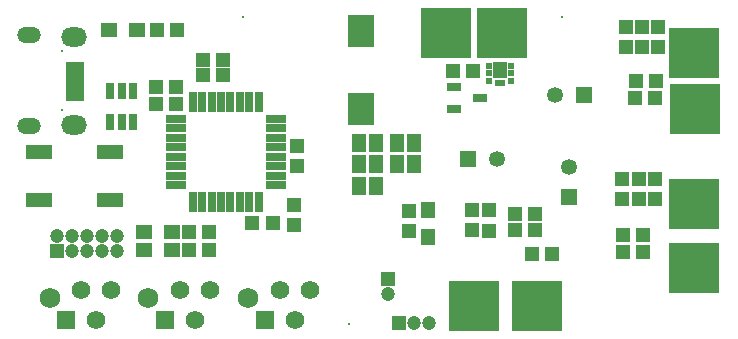
<source format=gts>
G04*
G04 #@! TF.GenerationSoftware,Altium Limited,Altium Designer,18.1.9 (240)*
G04*
G04 Layer_Color=8388736*
%FSLAX25Y25*%
%MOIN*%
G70*
G01*
G75*
%ADD33R,0.04724X0.05118*%
%ADD34R,0.04921X0.03150*%
%ADD35R,0.02480X0.02165*%
%ADD36R,0.05118X0.05709*%
%ADD37R,0.03386X0.02165*%
%ADD38R,0.08858X0.10630*%
%ADD39R,0.05118X0.06299*%
%ADD40R,0.05118X0.04724*%
%ADD41R,0.06594X0.03150*%
%ADD42R,0.03150X0.06594*%
%ADD43R,0.16535X0.16535*%
%ADD44R,0.05906X0.02559*%
%ADD45R,0.03150X0.05591*%
%ADD46R,0.05709X0.05118*%
%ADD47R,0.08661X0.04724*%
%ADD48R,0.08661X0.04724*%
%ADD49C,0.00787*%
%ADD50R,0.06134X0.06134*%
%ADD51C,0.06134*%
%ADD52C,0.06890*%
%ADD53R,0.05315X0.05315*%
%ADD54C,0.05315*%
%ADD55R,0.05315X0.05315*%
%ADD56O,0.08661X0.06496*%
%ADD57O,0.07874X0.05315*%
%ADD58C,0.04724*%
%ADD59R,0.04724X0.04724*%
%ADD60R,0.04724X0.04724*%
D33*
X155315Y92224D02*
D03*
X148622D02*
D03*
X216142Y83366D02*
D03*
X209449D02*
D03*
X216339Y89153D02*
D03*
X209646D02*
D03*
X169291Y39272D02*
D03*
X175984D02*
D03*
X169390Y44783D02*
D03*
X176083D02*
D03*
X175197Y31398D02*
D03*
X181890D02*
D03*
X205413Y32087D02*
D03*
X212106D02*
D03*
X205413Y37598D02*
D03*
X212106D02*
D03*
X65354Y96063D02*
D03*
X72047D02*
D03*
X65354Y90945D02*
D03*
X72047D02*
D03*
X56496Y81228D02*
D03*
X49803D02*
D03*
X56496Y87134D02*
D03*
X49803D02*
D03*
X56693Y105905D02*
D03*
X50000D02*
D03*
X67520Y38583D02*
D03*
X60827D02*
D03*
X67520Y32677D02*
D03*
X60827D02*
D03*
X81890Y41732D02*
D03*
X88583D02*
D03*
D34*
X157776Y83366D02*
D03*
X149114Y79626D02*
D03*
Y87106D02*
D03*
D35*
X160630Y94095D02*
D03*
Y91535D02*
D03*
Y88976D02*
D03*
X167992D02*
D03*
Y91535D02*
D03*
Y94095D02*
D03*
D36*
X164311Y92658D02*
D03*
X140354Y36909D02*
D03*
Y46161D02*
D03*
D37*
X164311Y88484D02*
D03*
D38*
X118110Y79665D02*
D03*
Y105650D02*
D03*
D39*
X129921Y61417D02*
D03*
X135827D02*
D03*
X123228Y53937D02*
D03*
X117323D02*
D03*
X123228Y61417D02*
D03*
X117323D02*
D03*
X129921Y68504D02*
D03*
X135827D02*
D03*
X123228D02*
D03*
X117323D02*
D03*
D40*
X96850Y60630D02*
D03*
Y67323D02*
D03*
X155118Y39370D02*
D03*
Y46063D02*
D03*
X133957Y45571D02*
D03*
Y38878D02*
D03*
X160630Y45866D02*
D03*
Y39173D02*
D03*
X210728Y49803D02*
D03*
Y56496D02*
D03*
X205217Y49803D02*
D03*
Y56496D02*
D03*
X216240Y56496D02*
D03*
Y49803D02*
D03*
X211728Y100295D02*
D03*
Y106988D02*
D03*
X206299Y100295D02*
D03*
Y106988D02*
D03*
X216929D02*
D03*
Y100295D02*
D03*
X95669Y47638D02*
D03*
Y40945D02*
D03*
D41*
X89669Y54331D02*
D03*
Y57480D02*
D03*
Y60630D02*
D03*
Y63779D02*
D03*
Y66929D02*
D03*
Y70079D02*
D03*
Y73228D02*
D03*
Y76378D02*
D03*
X56299D02*
D03*
Y73228D02*
D03*
Y70079D02*
D03*
Y66929D02*
D03*
Y63779D02*
D03*
Y60630D02*
D03*
Y57480D02*
D03*
Y54331D02*
D03*
D42*
X84008Y82039D02*
D03*
X80858D02*
D03*
X77709D02*
D03*
X74559D02*
D03*
X71409D02*
D03*
X68260D02*
D03*
X65110D02*
D03*
X61961D02*
D03*
Y48669D02*
D03*
X65110D02*
D03*
X68260D02*
D03*
X71409D02*
D03*
X74559D02*
D03*
X77709D02*
D03*
X80858D02*
D03*
X84008D02*
D03*
D43*
X176748Y14173D02*
D03*
X155807Y13976D02*
D03*
X229134Y47933D02*
D03*
X229232Y26772D02*
D03*
X229157Y98327D02*
D03*
X229528Y79528D02*
D03*
X164961Y105118D02*
D03*
X146457Y105118D02*
D03*
D44*
X22894Y94071D02*
D03*
Y91512D02*
D03*
Y88953D02*
D03*
Y86394D02*
D03*
Y83835D02*
D03*
D45*
X34508Y75411D02*
D03*
X38248D02*
D03*
X41988D02*
D03*
Y85726D02*
D03*
X38248D02*
D03*
X34508D02*
D03*
D46*
X43307Y105905D02*
D03*
X34055D02*
D03*
X55118Y38701D02*
D03*
X45866D02*
D03*
X55118Y32677D02*
D03*
X45866D02*
D03*
D47*
X10630Y65256D02*
D03*
X34252D02*
D03*
D48*
X10630Y49508D02*
D03*
X34252D02*
D03*
D49*
X114173Y7874D02*
D03*
X185039Y110236D02*
D03*
X78740D02*
D03*
X18366Y98992D02*
D03*
Y79307D02*
D03*
D50*
X86063Y9449D02*
D03*
X52598D02*
D03*
X19803D02*
D03*
D51*
X91063Y19449D02*
D03*
X96063Y9449D02*
D03*
X101063Y19449D02*
D03*
X57598D02*
D03*
X62598Y9449D02*
D03*
X67598Y19449D02*
D03*
X24803D02*
D03*
X29803Y9449D02*
D03*
X34803Y19449D02*
D03*
D52*
X80551Y16535D02*
D03*
X47087D02*
D03*
X14291D02*
D03*
D53*
X153642Y62992D02*
D03*
X192520Y84252D02*
D03*
D54*
X163484Y62992D02*
D03*
X187402Y60236D02*
D03*
X182677Y84252D02*
D03*
D55*
X187402Y50394D02*
D03*
D56*
X22500Y103815D02*
D03*
Y74484D02*
D03*
D57*
X7539Y104405D02*
D03*
Y73894D02*
D03*
D58*
X140728Y8366D02*
D03*
X135728D02*
D03*
X127067Y18012D02*
D03*
X36870Y37480D02*
D03*
Y32480D02*
D03*
X31870Y37480D02*
D03*
Y32480D02*
D03*
X26870Y37480D02*
D03*
Y32480D02*
D03*
X21870Y37480D02*
D03*
Y32480D02*
D03*
X16870Y37480D02*
D03*
D59*
X130728Y8366D02*
D03*
X16870Y32480D02*
D03*
D60*
X127067Y23012D02*
D03*
M02*

</source>
